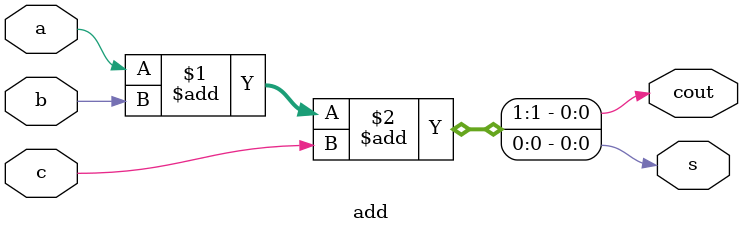
<source format=v>
module top_module (
    input [3:0] x,
    input [3:0] y, 
    output [4:0] sum);
    wire [2:0]c;
    add a1(x[0],y[0],,c[0],sum[0]);
    add a2(x[1],y[1],c[0],c[1],sum[1]);
    add a3(x[2],y[2],c[1],c[2],sum[2]);
    add a4(x[3],y[3],c[2],sum[4],sum[3]);
    
    
endmodule
module add(a,b,c,cout,s);
    input a,b,c;
    output cout,s;
    assign {cout,s}=a+b+c;
endmodule

</source>
